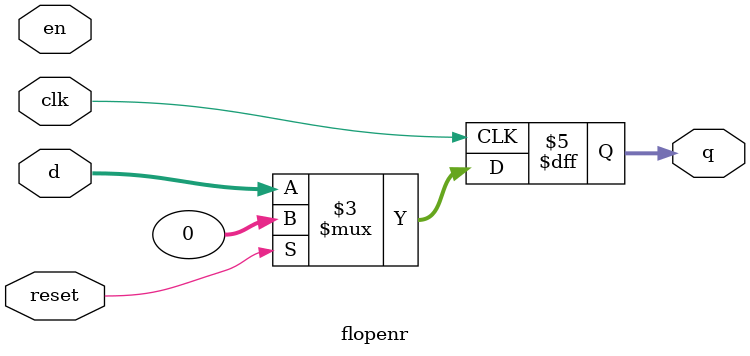
<source format=sv>
module flopenr #(parameter WIDTH = 32) (
    input  logic              clk,
    input  logic              reset,    // Synchronous reset
    input  logic             en,
    input  logic [WIDTH-1:0]  d,
    output logic [WIDTH-1:0]  q
);
    always_ff @(posedge clk) begin
        if (reset)
            q <= '0;
        else
            q <= d;
    end
endmodule

</source>
